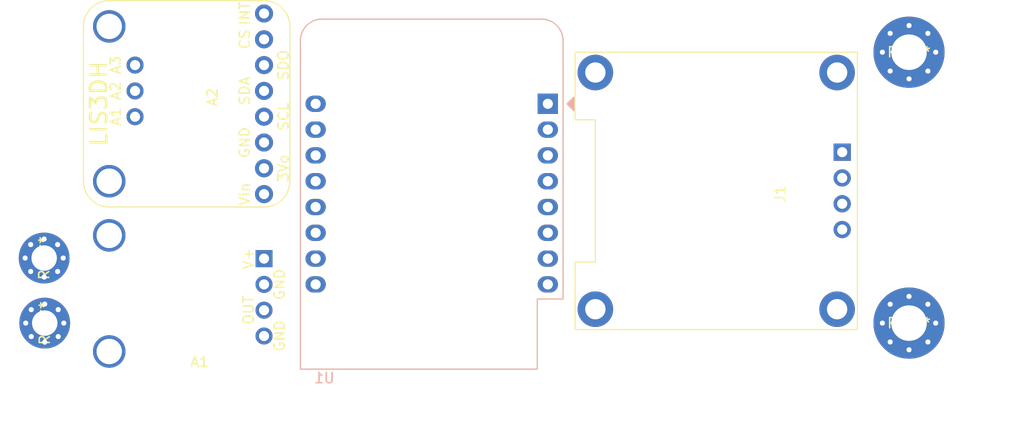
<source format=kicad_pcb>
(kicad_pcb (version 20171130) (host pcbnew 5.1.4+dfsg1-1~bpo10+1)

  (general
    (thickness 1.6)
    (drawings 0)
    (tracks 0)
    (zones 0)
    (modules 8)
    (nets 6)
  )

  (page A4)
  (layers
    (0 F.Cu signal)
    (31 B.Cu signal)
    (32 B.Adhes user)
    (33 F.Adhes user)
    (34 B.Paste user)
    (35 F.Paste user)
    (36 B.SilkS user)
    (37 F.SilkS user)
    (38 B.Mask user)
    (39 F.Mask user)
    (40 Dwgs.User user)
    (41 Cmts.User user)
    (42 Eco1.User user)
    (43 Eco2.User user)
    (44 Edge.Cuts user)
    (45 Margin user)
    (46 B.CrtYd user)
    (47 F.CrtYd user)
    (48 B.Fab user)
    (49 F.Fab user)
  )

  (setup
    (last_trace_width 0.25)
    (trace_clearance 0.2)
    (zone_clearance 0.508)
    (zone_45_only no)
    (trace_min 0.2)
    (via_size 0.8)
    (via_drill 0.4)
    (via_min_size 0.4)
    (via_min_drill 0.3)
    (uvia_size 0.3)
    (uvia_drill 0.1)
    (uvias_allowed no)
    (uvia_min_size 0.2)
    (uvia_min_drill 0.1)
    (edge_width 0.05)
    (segment_width 0.2)
    (pcb_text_width 0.3)
    (pcb_text_size 1.5 1.5)
    (mod_edge_width 0.12)
    (mod_text_size 1 1)
    (mod_text_width 0.15)
    (pad_size 7 7)
    (pad_drill 3.5)
    (pad_to_mask_clearance 0.051)
    (solder_mask_min_width 0.25)
    (aux_axis_origin 0 0)
    (visible_elements FFFFFF7F)
    (pcbplotparams
      (layerselection 0x010fc_ffffffff)
      (usegerberextensions false)
      (usegerberattributes false)
      (usegerberadvancedattributes false)
      (creategerberjobfile false)
      (excludeedgelayer true)
      (linewidth 0.100000)
      (plotframeref false)
      (viasonmask false)
      (mode 1)
      (useauxorigin false)
      (hpglpennumber 1)
      (hpglpenspeed 20)
      (hpglpendiameter 15.000000)
      (psnegative false)
      (psa4output false)
      (plotreference true)
      (plotvalue true)
      (plotinvisibletext false)
      (padsonsilk false)
      (subtractmaskfromsilk false)
      (outputformat 1)
      (mirror false)
      (drillshape 1)
      (scaleselection 1)
      (outputdirectory ""))
  )

  (net 0 "")
  (net 1 "Net-(A1-Pad2)")
  (net 2 GND)
  (net 3 "Net-(A1-Pad4)")
  (net 4 "Net-(A2-Pad5)")
  (net 5 "Net-(A2-Pad4)")

  (net_class Default "This is the default net class."
    (clearance 0.2)
    (trace_width 0.25)
    (via_dia 0.8)
    (via_drill 0.4)
    (uvia_dia 0.3)
    (uvia_drill 0.1)
    (add_net GND)
    (add_net "Net-(A1-Pad1)")
    (add_net "Net-(A1-Pad2)")
    (add_net "Net-(A1-Pad4)")
    (add_net "Net-(A2-Pad1)")
    (add_net "Net-(A2-Pad10)")
    (add_net "Net-(A2-Pad11)")
    (add_net "Net-(A2-Pad4)")
    (add_net "Net-(A2-Pad5)")
    (add_net "Net-(A2-Pad6)")
    (add_net "Net-(A2-Pad7)")
    (add_net "Net-(A2-Pad8)")
    (add_net "Net-(A2-Pad9)")
    (add_net "Net-(U1-Pad1)")
    (add_net "Net-(U1-Pad11)")
    (add_net "Net-(U1-Pad12)")
    (add_net "Net-(U1-Pad15)")
    (add_net "Net-(U1-Pad16)")
    (add_net "Net-(U1-Pad3)")
    (add_net "Net-(U1-Pad4)")
    (add_net "Net-(U1-Pad5)")
    (add_net "Net-(U1-Pad6)")
    (add_net "Net-(U1-Pad7)")
    (add_net "Net-(U1-Pad9)")
  )

  (module adafruit-breakouts:LIS3DH-adafruit (layer F.Cu) (tedit 5E5C6C7A) (tstamp 5E5C393B)
    (at 93.98 80.01 90)
    (path /5E5B9391)
    (fp_text reference A2 (at 9.525 -5.08 270) (layer F.SilkS)
      (effects (font (size 1 1) (thickness 0.15)))
    )
    (fp_text value LIS3DH-adafruit (at 9.525 -10.16 270) (layer F.Fab)
      (effects (font (size 1 1) (thickness 0.15)))
    )
    (fp_text user A3 (at 12.7 -14.605 270) (layer F.SilkS)
      (effects (font (size 1 1) (thickness 0.15)))
    )
    (fp_text user A2 (at 10.16 -14.605 270) (layer F.SilkS)
      (effects (font (size 1 1) (thickness 0.15)))
    )
    (fp_text user A1 (at 7.62 -14.605 270) (layer F.SilkS)
      (effects (font (size 1 1) (thickness 0.15)))
    )
    (fp_text user INT (at 17.78 -1.905 270) (layer F.SilkS)
      (effects (font (size 1 1) (thickness 0.15)))
    )
    (fp_text user CS (at 15.24 -1.905 270) (layer F.SilkS)
      (effects (font (size 1 1) (thickness 0.15)))
    )
    (fp_text user SDO (at 12.7 1.905 270) (layer F.SilkS)
      (effects (font (size 1 1) (thickness 0.15)))
    )
    (fp_text user SDA (at 10.16 -1.905 270) (layer F.SilkS)
      (effects (font (size 1 1) (thickness 0.15)))
    )
    (fp_text user SCL (at 7.62 1.905 270) (layer F.SilkS)
      (effects (font (size 1 1) (thickness 0.15)))
    )
    (fp_text user GND (at 5.08 -1.905 270) (layer F.SilkS)
      (effects (font (size 1 1) (thickness 0.15)))
    )
    (fp_text user 3Vo (at 2.54 1.905 270) (layer F.SilkS)
      (effects (font (size 1 1) (thickness 0.15)))
    )
    (fp_text user Vin (at 0 -1.905 270) (layer F.SilkS)
      (effects (font (size 1 1) (thickness 0.15)))
    )
    (fp_line (start 19.05 0) (end 19.05 -15.24) (layer F.SilkS) (width 0.12))
    (fp_line (start 16.51 -17.78) (end 1.27 -17.78) (layer F.SilkS) (width 0.12))
    (fp_line (start -1.27 -15.24) (end -1.27 0) (layer F.SilkS) (width 0.12))
    (fp_line (start 16.51 2.54) (end 1.27 2.54) (layer F.SilkS) (width 0.12))
    (fp_arc (start 16.51 0) (end 16.51 2.54) (angle -90) (layer F.SilkS) (width 0.12))
    (fp_arc (start 16.51 -15.24) (end 19.05 -15.24) (angle -90) (layer F.SilkS) (width 0.12))
    (fp_arc (start 1.27 -15.24) (end 1.27 -17.78) (angle -90) (layer F.SilkS) (width 0.12))
    (fp_arc (start 1.27 0) (end -1.27 0) (angle -90) (layer F.SilkS) (width 0.12))
    (fp_text user LIS3DH (at 8.89 -16.256 270) (layer F.SilkS)
      (effects (font (size 1.59258 1.59258) (thickness 0.25146)))
    )
    (pad "" thru_hole circle (at 16.51 -15.24 90) (size 3.2 3.2) (drill 2.5) (layers *.Cu *.Mask)
      (solder_mask_margin 0.1016))
    (pad "" thru_hole circle (at 1.27 -15.24 90) (size 3.2 3.2) (drill 2.5) (layers *.Cu *.Mask)
      (solder_mask_margin 0.1016))
    (pad 11 thru_hole circle (at 12.7 -12.7 90) (size 1.6764 1.6764) (drill 1) (layers *.Cu *.Mask)
      (solder_mask_margin 0.1016))
    (pad 10 thru_hole circle (at 10.16 -12.7 90) (size 1.6764 1.6764) (drill 1) (layers *.Cu *.Mask)
      (solder_mask_margin 0.1016))
    (pad 9 thru_hole circle (at 7.62 -12.7 90) (size 1.6764 1.6764) (drill 1) (layers *.Cu *.Mask)
      (solder_mask_margin 0.1016))
    (pad 8 thru_hole circle (at 17.78 0 90) (size 1.778 1.778) (drill 1) (layers *.Cu *.Mask)
      (solder_mask_margin 0.1016))
    (pad 7 thru_hole circle (at 15.24 0 90) (size 1.778 1.778) (drill 1) (layers *.Cu *.Mask)
      (solder_mask_margin 0.1016))
    (pad 6 thru_hole circle (at 12.7 0 90) (size 1.778 1.778) (drill 1) (layers *.Cu *.Mask)
      (solder_mask_margin 0.1016))
    (pad 5 thru_hole circle (at 10.16 0 90) (size 1.778 1.778) (drill 1) (layers *.Cu *.Mask)
      (net 4 "Net-(A2-Pad5)") (solder_mask_margin 0.1016))
    (pad 4 thru_hole circle (at 7.62 0 90) (size 1.778 1.778) (drill 1) (layers *.Cu *.Mask)
      (net 5 "Net-(A2-Pad4)") (solder_mask_margin 0.1016))
    (pad 3 thru_hole circle (at 5.08 0 90) (size 1.778 1.778) (drill 1) (layers *.Cu *.Mask)
      (net 2 GND) (solder_mask_margin 0.1016))
    (pad 2 thru_hole circle (at 2.54 0 90) (size 1.778 1.778) (drill 1) (layers *.Cu *.Mask)
      (net 3 "Net-(A1-Pad4)") (solder_mask_margin 0.1016))
    (pad 1 thru_hole circle (at 0 0 90) (size 1.778 1.778) (drill 1) (layers *.Cu *.Mask)
      (solder_mask_margin 0.1016))
  )

  (module MountingHole:MountingHole_2.5mm_Pad_Via (layer F.Cu) (tedit 5E5C3968) (tstamp 5E5C454A)
    (at 72.39 92.71 270)
    (descr "Mounting Hole 2.5mm")
    (tags "mounting hole 2.5mm")
    (attr virtual)
    (fp_text reference REF** (at 0 0 90) (layer F.SilkS)
      (effects (font (size 1 1) (thickness 0.15)))
    )
    (fp_text value MountingHole_2.5mm_Pad_Via (at 0 3.5 90) (layer F.Fab)
      (effects (font (size 1 1) (thickness 0.15)))
    )
    (fp_text user %R (at 0.3 0 90) (layer F.Fab)
      (effects (font (size 1 1) (thickness 0.15)))
    )
    (fp_circle (center 0 0) (end 2.5 0) (layer Cmts.User) (width 0.15))
    (fp_circle (center 0 0) (end 2.75 0) (layer F.CrtYd) (width 0.05))
    (pad "" thru_hole circle (at 0 0 270) (size 5 5) (drill 2.5) (layers *.Cu *.Mask))
    (pad 1 thru_hole circle (at 1.875 0 270) (size 0.8 0.8) (drill 0.5) (layers *.Cu *.Mask))
    (pad 1 thru_hole circle (at 1.325825 1.325825 270) (size 0.8 0.8) (drill 0.5) (layers *.Cu *.Mask))
    (pad 1 thru_hole circle (at 0 1.875 270) (size 0.8 0.8) (drill 0.5) (layers *.Cu *.Mask))
    (pad 1 thru_hole circle (at -1.325825 1.325825 270) (size 0.8 0.8) (drill 0.5) (layers *.Cu *.Mask))
    (pad 1 thru_hole circle (at -1.875 0 270) (size 0.8 0.8) (drill 0.5) (layers *.Cu *.Mask))
    (pad 1 thru_hole circle (at -1.325825 -1.325825 270) (size 0.8 0.8) (drill 0.5) (layers *.Cu *.Mask))
    (pad 1 thru_hole circle (at 0 -1.875 270) (size 0.8 0.8) (drill 0.5) (layers *.Cu *.Mask))
    (pad 1 thru_hole circle (at 1.325825 -1.325825 270) (size 0.8 0.8) (drill 0.5) (layers *.Cu *.Mask))
  )

  (module MountingHole:MountingHole_2.5mm_Pad_Via (layer F.Cu) (tedit 5E5C395C) (tstamp 5E5C451A)
    (at 72.334175 86.304175 270)
    (descr "Mounting Hole 2.5mm")
    (tags "mounting hole 2.5mm")
    (attr virtual)
    (fp_text reference REF** (at 0 0 90) (layer F.SilkS)
      (effects (font (size 1 1) (thickness 0.15)))
    )
    (fp_text value MountingHole_2.5mm_Pad_Via (at 0 3.5 90) (layer F.Fab)
      (effects (font (size 1 1) (thickness 0.15)))
    )
    (fp_circle (center 0 0) (end 2.75 0) (layer F.CrtYd) (width 0.05))
    (fp_circle (center 0 0) (end 2.5 0) (layer Cmts.User) (width 0.15))
    (fp_text user %R (at 0.3 0 90) (layer F.Fab)
      (effects (font (size 1 1) (thickness 0.15)))
    )
    (pad 1 thru_hole circle (at 1.325825 -1.325825 270) (size 0.8 0.8) (drill 0.5) (layers *.Cu *.Mask))
    (pad 1 thru_hole circle (at 0 -1.875 270) (size 0.8 0.8) (drill 0.5) (layers *.Cu *.Mask))
    (pad 1 thru_hole circle (at -1.325825 -1.325825 270) (size 0.8 0.8) (drill 0.5) (layers *.Cu *.Mask))
    (pad 1 thru_hole circle (at -1.875 0 270) (size 0.8 0.8) (drill 0.5) (layers *.Cu *.Mask))
    (pad 1 thru_hole circle (at -1.325825 1.325825 270) (size 0.8 0.8) (drill 0.5) (layers *.Cu *.Mask))
    (pad 1 thru_hole circle (at 0 1.875 270) (size 0.8 0.8) (drill 0.5) (layers *.Cu *.Mask))
    (pad 1 thru_hole circle (at 1.325825 1.325825 270) (size 0.8 0.8) (drill 0.5) (layers *.Cu *.Mask))
    (pad 1 thru_hole circle (at 1.875 0 270) (size 0.8 0.8) (drill 0.5) (layers *.Cu *.Mask))
    (pad "" thru_hole circle (at 0 0 270) (size 5 5) (drill 2.5) (layers *.Cu *.Mask))
  )

  (module MountingHole:MountingHole_3.5mm_Pad_Via (layer F.Cu) (tedit 5E5C3972) (tstamp 5E5C4333)
    (at 157.48 66.04)
    (descr "Mounting Hole 3.5mm")
    (tags "mounting hole 3.5mm")
    (attr virtual)
    (fp_text reference REF** (at 0 0) (layer F.SilkS)
      (effects (font (size 1 1) (thickness 0.15)))
    )
    (fp_text value MountingHole_3.5mm_Pad_Via (at 0 4.5) (layer F.Fab)
      (effects (font (size 1 1) (thickness 0.15)))
    )
    (fp_text user %R (at 0.3 0) (layer F.Fab)
      (effects (font (size 1 1) (thickness 0.15)))
    )
    (fp_circle (center 0 0) (end 3.5 0) (layer Cmts.User) (width 0.15))
    (fp_circle (center 0 0) (end 3.75 0) (layer F.CrtYd) (width 0.05))
    (pad "" thru_hole circle (at 0 0) (size 7 7) (drill 3.5) (layers *.Cu *.Mask))
    (pad 1 thru_hole circle (at 2.625 0) (size 0.8 0.8) (drill 0.5) (layers *.Cu *.Mask))
    (pad 1 thru_hole circle (at 1.856155 1.856155) (size 0.8 0.8) (drill 0.5) (layers *.Cu *.Mask))
    (pad 1 thru_hole circle (at 0 2.625) (size 0.8 0.8) (drill 0.5) (layers *.Cu *.Mask))
    (pad 1 thru_hole circle (at -1.856155 1.856155) (size 0.8 0.8) (drill 0.5) (layers *.Cu *.Mask))
    (pad 1 thru_hole circle (at -2.625 0) (size 0.8 0.8) (drill 0.5) (layers *.Cu *.Mask))
    (pad 1 thru_hole circle (at -1.856155 -1.856155) (size 0.8 0.8) (drill 0.5) (layers *.Cu *.Mask))
    (pad 1 thru_hole circle (at 0 -2.625) (size 0.8 0.8) (drill 0.5) (layers *.Cu *.Mask))
    (pad 1 thru_hole circle (at 1.856155 -1.856155) (size 0.8 0.8) (drill 0.5) (layers *.Cu *.Mask))
  )

  (module MountingHole:MountingHole_3.5mm_Pad_Via (layer F.Cu) (tedit 5E5C396D) (tstamp 5E5C4322)
    (at 157.48 92.71)
    (descr "Mounting Hole 3.5mm")
    (tags "mounting hole 3.5mm")
    (attr virtual)
    (fp_text reference REF** (at 0 0) (layer F.SilkS)
      (effects (font (size 1 1) (thickness 0.15)))
    )
    (fp_text value MountingHole_3.5mm_Pad_Via (at 0 4.5) (layer F.Fab)
      (effects (font (size 1 1) (thickness 0.15)))
    )
    (fp_circle (center 0 0) (end 3.75 0) (layer F.CrtYd) (width 0.05))
    (fp_circle (center 0 0) (end 3.5 0) (layer Cmts.User) (width 0.15))
    (fp_text user %R (at 0.3 0) (layer F.Fab)
      (effects (font (size 1 1) (thickness 0.15)))
    )
    (pad 1 thru_hole circle (at 1.856155 -1.856155) (size 0.8 0.8) (drill 0.5) (layers *.Cu *.Mask))
    (pad 1 thru_hole circle (at 0 -2.625) (size 0.8 0.8) (drill 0.5) (layers *.Cu *.Mask))
    (pad 1 thru_hole circle (at -1.856155 -1.856155) (size 0.8 0.8) (drill 0.5) (layers *.Cu *.Mask))
    (pad 1 thru_hole circle (at -2.625 0) (size 0.8 0.8) (drill 0.5) (layers *.Cu *.Mask))
    (pad 1 thru_hole circle (at -1.856155 1.856155) (size 0.8 0.8) (drill 0.5) (layers *.Cu *.Mask))
    (pad 1 thru_hole circle (at 0 2.625) (size 0.8 0.8) (drill 0.5) (layers *.Cu *.Mask))
    (pad 1 thru_hole circle (at 1.856155 1.856155) (size 0.8 0.8) (drill 0.5) (layers *.Cu *.Mask))
    (pad 1 thru_hole circle (at 2.625 0) (size 0.8 0.8) (drill 0.5) (layers *.Cu *.Mask))
    (pad "" thru_hole circle (at 0 0) (size 7 7) (drill 3.5) (layers *.Cu *.Mask))
  )

  (module Module:WEMOS_D1_mini_light (layer B.Cu) (tedit 5BBFB1CE) (tstamp 5E5C3992)
    (at 121.92 71.12 180)
    (descr "16-pin module, column spacing 22.86 mm (900 mils), https://wiki.wemos.cc/products:d1:d1_mini, https://c1.staticflickr.com/1/734/31400410271_f278b087db_z.jpg")
    (tags "ESP8266 WiFi microcontroller")
    (path /5E59EEAB)
    (fp_text reference U1 (at 22 -27) (layer B.SilkS)
      (effects (font (size 1 1) (thickness 0.15)) (justify mirror))
    )
    (fp_text value WeMos_D1_mini (at 11.7 0) (layer B.Fab)
      (effects (font (size 1 1) (thickness 0.15)) (justify mirror))
    )
    (fp_text user "No copper" (at 11.43 3.81) (layer Cmts.User)
      (effects (font (size 1 1) (thickness 0.15)))
    )
    (fp_text user "KEEP OUT" (at 11.43 6.35) (layer Cmts.User)
      (effects (font (size 1 1) (thickness 0.15)))
    )
    (fp_arc (start 22.23 6.21) (end 24.36 6.21) (angle 90) (layer B.SilkS) (width 0.12))
    (fp_arc (start 0.63 6.21) (end 0.63 8.34) (angle 90) (layer B.SilkS) (width 0.12))
    (fp_line (start 1.04 -19.22) (end 1.04 -26.12) (layer B.SilkS) (width 0.12))
    (fp_line (start -1.5 -19.22) (end 1.04 -19.22) (layer B.SilkS) (width 0.12))
    (fp_arc (start 22.23 6.21) (end 24.23 6.19) (angle 90) (layer B.Fab) (width 0.1))
    (fp_arc (start 0.63 6.21) (end 0.63 8.21) (angle 90) (layer B.Fab) (width 0.1))
    (fp_line (start -0.37 0) (end -1.37 1) (layer B.Fab) (width 0.1))
    (fp_line (start -1.37 -1) (end -0.37 0) (layer B.Fab) (width 0.1))
    (fp_line (start -1.37 6.21) (end -1.37 1) (layer B.Fab) (width 0.1))
    (fp_line (start 1.17 -19.09) (end 1.17 -25.99) (layer B.Fab) (width 0.1))
    (fp_line (start -1.37 -19.09) (end 1.17 -19.09) (layer B.Fab) (width 0.1))
    (fp_line (start -1.35 7.4) (end -0.55 8.2) (layer Dwgs.User) (width 0.1))
    (fp_line (start -1.3 5.45) (end 1.45 8.2) (layer Dwgs.User) (width 0.1))
    (fp_line (start -1.35 3.4) (end 3.45 8.2) (layer Dwgs.User) (width 0.1))
    (fp_line (start 22.65 1.4) (end 24.25 3) (layer Dwgs.User) (width 0.1))
    (fp_line (start 20.65 1.4) (end 24.25 5) (layer Dwgs.User) (width 0.1))
    (fp_line (start 18.65 1.4) (end 24.25 7) (layer Dwgs.User) (width 0.1))
    (fp_line (start 16.65 1.4) (end 23.45 8.2) (layer Dwgs.User) (width 0.1))
    (fp_line (start 14.65 1.4) (end 21.45 8.2) (layer Dwgs.User) (width 0.1))
    (fp_line (start 12.65 1.4) (end 19.45 8.2) (layer Dwgs.User) (width 0.1))
    (fp_line (start 10.65 1.4) (end 17.45 8.2) (layer Dwgs.User) (width 0.1))
    (fp_line (start 8.65 1.4) (end 15.45 8.2) (layer Dwgs.User) (width 0.1))
    (fp_line (start 6.65 1.4) (end 13.45 8.2) (layer Dwgs.User) (width 0.1))
    (fp_line (start 4.65 1.4) (end 11.45 8.2) (layer Dwgs.User) (width 0.1))
    (fp_line (start 2.65 1.4) (end 9.45 8.2) (layer Dwgs.User) (width 0.1))
    (fp_line (start 0.65 1.4) (end 7.45 8.2) (layer Dwgs.User) (width 0.1))
    (fp_line (start -1.35 1.4) (end 5.45 8.2) (layer Dwgs.User) (width 0.1))
    (fp_line (start -1.35 8.2) (end -1.35 1.4) (layer Dwgs.User) (width 0.1))
    (fp_line (start 24.25 8.2) (end -1.35 8.2) (layer Dwgs.User) (width 0.1))
    (fp_line (start 24.25 1.4) (end 24.25 8.2) (layer Dwgs.User) (width 0.1))
    (fp_line (start -1.35 1.4) (end 24.25 1.4) (layer Dwgs.User) (width 0.1))
    (fp_poly (pts (xy -2.54 0.635) (xy -2.54 -0.635) (xy -1.905 0)) (layer B.SilkS) (width 0.15))
    (fp_line (start -1.62 -26.24) (end -1.62 8.46) (layer B.CrtYd) (width 0.05))
    (fp_line (start 24.48 -26.24) (end -1.62 -26.24) (layer B.CrtYd) (width 0.05))
    (fp_line (start 24.48 8.41) (end 24.48 -26.24) (layer B.CrtYd) (width 0.05))
    (fp_line (start -1.62 8.46) (end 24.48 8.46) (layer B.CrtYd) (width 0.05))
    (fp_text user %R (at 11.43 -10) (layer B.Fab)
      (effects (font (size 1 1) (thickness 0.15)) (justify mirror))
    )
    (fp_line (start -1.37 -1) (end -1.37 -19.09) (layer B.Fab) (width 0.1))
    (fp_line (start 22.23 8.21) (end 0.63 8.21) (layer B.Fab) (width 0.1))
    (fp_line (start 24.23 -25.99) (end 24.23 6.21) (layer B.Fab) (width 0.1))
    (fp_line (start 1.17 -25.99) (end 24.23 -25.99) (layer B.Fab) (width 0.1))
    (fp_line (start 22.24 8.34) (end 0.63 8.34) (layer B.SilkS) (width 0.12))
    (fp_line (start 24.36 -26.12) (end 24.36 6.21) (layer B.SilkS) (width 0.12))
    (fp_line (start -1.5 -19.22) (end -1.5 6.21) (layer B.SilkS) (width 0.12))
    (fp_line (start 1.04 -26.12) (end 24.36 -26.12) (layer B.SilkS) (width 0.12))
    (pad 16 thru_hole oval (at 22.86 0 180) (size 2 1.6) (drill 1) (layers *.Cu *.Mask))
    (pad 15 thru_hole oval (at 22.86 -2.54 180) (size 2 1.6) (drill 1) (layers *.Cu *.Mask))
    (pad 14 thru_hole oval (at 22.86 -5.08 180) (size 2 1.6) (drill 1) (layers *.Cu *.Mask)
      (net 5 "Net-(A2-Pad4)"))
    (pad 13 thru_hole oval (at 22.86 -7.62 180) (size 2 1.6) (drill 1) (layers *.Cu *.Mask)
      (net 4 "Net-(A2-Pad5)"))
    (pad 12 thru_hole oval (at 22.86 -10.16 180) (size 2 1.6) (drill 1) (layers *.Cu *.Mask))
    (pad 11 thru_hole oval (at 22.86 -12.7 180) (size 2 1.6) (drill 1) (layers *.Cu *.Mask))
    (pad 10 thru_hole oval (at 22.86 -15.24 180) (size 2 1.6) (drill 1) (layers *.Cu *.Mask)
      (net 2 GND))
    (pad 9 thru_hole oval (at 22.86 -17.78 180) (size 2 1.6) (drill 1) (layers *.Cu *.Mask))
    (pad 8 thru_hole oval (at 0 -17.78 180) (size 2 1.6) (drill 1) (layers *.Cu *.Mask)
      (net 3 "Net-(A1-Pad4)"))
    (pad 7 thru_hole oval (at 0 -15.24 180) (size 2 1.6) (drill 1) (layers *.Cu *.Mask))
    (pad 6 thru_hole oval (at 0 -12.7 180) (size 2 1.6) (drill 1) (layers *.Cu *.Mask))
    (pad 5 thru_hole oval (at 0 -10.16 180) (size 2 1.6) (drill 1) (layers *.Cu *.Mask))
    (pad 4 thru_hole oval (at 0 -7.62 180) (size 2 1.6) (drill 1) (layers *.Cu *.Mask))
    (pad 3 thru_hole oval (at 0 -5.08 180) (size 2 1.6) (drill 1) (layers *.Cu *.Mask))
    (pad 1 thru_hole rect (at 0 0 180) (size 2 2) (drill 1) (layers *.Cu *.Mask))
    (pad 2 thru_hole oval (at 0 -2.54 180) (size 2 1.6) (drill 1) (layers *.Cu *.Mask)
      (net 1 "Net-(A1-Pad2)"))
    (model ${KISYS3DMOD}/Module.3dshapes/WEMOS_D1_mini_light.wrl
      (at (xyz 0 0 0))
      (scale (xyz 1 1 1))
      (rotate (xyz 0 0 0))
    )
    (model ${KISYS3DMOD}/Connector_PinHeader_2.54mm.3dshapes/PinHeader_1x08_P2.54mm_Vertical.wrl
      (offset (xyz 0 0 9.5))
      (scale (xyz 1 1 1))
      (rotate (xyz 0 -180 0))
    )
    (model ${KISYS3DMOD}/Connector_PinHeader_2.54mm.3dshapes/PinHeader_1x08_P2.54mm_Vertical.wrl
      (offset (xyz 22.86 0 9.5))
      (scale (xyz 1 1 1))
      (rotate (xyz 0 -180 0))
    )
    (model ${KISYS3DMOD}/Connector_PinSocket_2.54mm.3dshapes/PinSocket_1x08_P2.54mm_Vertical.wrl
      (at (xyz 0 0 0))
      (scale (xyz 1 1 1))
      (rotate (xyz 0 0 0))
    )
    (model ${KISYS3DMOD}/Connector_PinSocket_2.54mm.3dshapes/PinSocket_1x08_P2.54mm_Vertical.wrl
      (offset (xyz 22.86 0 0))
      (scale (xyz 1 1 1))
      (rotate (xyz 0 0 0))
    )
  )

  (module adafruit-breakouts:i2c_oled (layer F.Cu) (tedit 5E5C35A5) (tstamp 5E5C394F)
    (at 152.4 66.04 270)
    (path /5E5CE016)
    (fp_text reference J1 (at 13.97 7.62 90) (layer F.SilkS)
      (effects (font (size 1 1) (thickness 0.15)))
    )
    (fp_text value i2c_oled (at 13.97 11.43 90) (layer F.Fab)
      (effects (font (size 1 1) (thickness 0.15)))
    )
    (fp_line (start 20.65 27.8) (end 27.3 27.8) (layer F.SilkS) (width 0.12))
    (fp_line (start 20.65 25.8) (end 20.65 27.8) (layer F.SilkS) (width 0.12))
    (fp_line (start 6.65 25.8) (end 20.65 25.8) (layer F.SilkS) (width 0.12))
    (fp_line (start 6.65 27.8) (end 6.65 25.8) (layer F.SilkS) (width 0.12))
    (fp_line (start 27.3 0) (end 0 0) (layer F.SilkS) (width 0.12))
    (fp_line (start 27.3 27.8) (end 27.3 0) (layer F.SilkS) (width 0.12))
    (fp_line (start 0 27.8) (end 6.65 27.8) (layer F.SilkS) (width 0.12))
    (fp_line (start 0 0) (end 0 27.8) (layer F.SilkS) (width 0.12))
    (pad 4 thru_hole circle (at 17.46 1.5 270) (size 1.7 1.7) (drill 1) (layers *.Cu *.Mask)
      (net 4 "Net-(A2-Pad5)"))
    (pad 3 thru_hole circle (at 14.92 1.5 270) (size 1.7 1.7) (drill 1) (layers *.Cu *.Mask)
      (net 5 "Net-(A2-Pad4)"))
    (pad 2 thru_hole circle (at 12.38 1.5 270) (size 1.7 1.7) (drill 1) (layers *.Cu *.Mask)
      (net 3 "Net-(A1-Pad4)"))
    (pad 1 thru_hole rect (at 9.84 1.5 270) (size 1.7 1.7) (drill 1) (layers *.Cu *.Mask)
      (net 2 GND))
    (pad "" thru_hole circle (at 25.3 2 270) (size 3.5 3.5) (drill 2) (layers *.Cu *.Mask))
    (pad "" thru_hole circle (at 25.3 25.8 270) (size 3.5 3.5) (drill 2) (layers *.Cu *.Mask))
    (pad "" thru_hole circle (at 2 25.8 270) (size 3.5 3.5) (drill 2) (layers *.Cu *.Mask))
    (pad "" thru_hole circle (at 2 2 270) (size 3.5 3.5) (drill 2) (layers *.Cu *.Mask))
  )

  (module adafruit-breakouts:AD8495-adafruit (layer F.Cu) (tedit 5E59FA49) (tstamp 5E5C3BEE)
    (at 93.98 86.36)
    (path /5E5BAF00)
    (fp_text reference A1 (at -6.35 10.16) (layer F.SilkS)
      (effects (font (size 1 1) (thickness 0.15)))
    )
    (fp_text value AD8495-adafruit (at -6.35 -2.54) (layer F.Fab)
      (effects (font (size 1 1) (thickness 0.15)))
    )
    (fp_line (start -17.776747 -2.414506) (end -17.78 9.144) (layer Dwgs.User) (width 0.12))
    (fp_line (start 2.54 -2.286) (end 2.536747 9.272506) (layer Dwgs.User) (width 0.12))
    (fp_arc (start -15.24 9.144) (end -17.78 9.144) (angle -90) (layer Dwgs.User) (width 0.12))
    (fp_line (start -15.24 11.684) (end 0 11.684) (layer Dwgs.User) (width 0.12))
    (fp_arc (start 0 9.144) (end 0 11.684) (angle -87.1) (layer Dwgs.User) (width 0.12))
    (fp_line (start 0 -4.826) (end -15.24 -4.826) (layer Dwgs.User) (width 0.12))
    (fp_arc (start -15.24 -2.286) (end -15.24 -4.826) (angle -87.1) (layer Dwgs.User) (width 0.12))
    (fp_text user V+ (at -1.524 0 -270) (layer F.SilkS)
      (effects (font (size 1 1) (thickness 0.15)))
    )
    (fp_text user OUT (at -1.524 5.08 -270) (layer F.SilkS)
      (effects (font (size 1 1) (thickness 0.15)))
    )
    (fp_text user GND (at 1.524 2.54 -270) (layer F.SilkS)
      (effects (font (size 1 1) (thickness 0.15)))
    )
    (fp_text user GND (at 1.524 7.62 -270) (layer F.SilkS)
      (effects (font (size 1 1) (thickness 0.15)))
    )
    (fp_line (start -16.678 -0.098) (end -16.678 6.902) (layer Dwgs.User) (width 0.2032))
    (fp_line (start -11.078 6.902) (end -11.078 -0.098) (layer Dwgs.User) (width 0.2032))
    (fp_line (start -16.678 6.902) (end -11.078 6.902) (layer Dwgs.User) (width 0.2032))
    (fp_line (start -18.078 6.902) (end -16.678 6.902) (layer Dwgs.User) (width 0.2032))
    (fp_line (start -18.078 -0.098) (end -18.078 6.902) (layer Dwgs.User) (width 0.2032))
    (fp_line (start -16.678 -0.098) (end -18.078 -0.098) (layer Dwgs.User) (width 0.2032))
    (fp_line (start -11.078 -0.098) (end -16.678 -0.098) (layer Dwgs.User) (width 0.2032))
    (fp_arc (start 0 -2.286) (end 2.54 -2.286) (angle -90) (layer Dwgs.User) (width 0.12))
    (pad "" smd circle (at -14.478 1.602 270) (size 2.1844 2.1844) (layers Dwgs.User)
      (solder_mask_margin 0.1016))
    (pad "" smd circle (at -14.478 5.102 270) (size 2.1844 2.1844) (layers Dwgs.User)
      (solder_mask_margin 0.1016))
    (pad 1 thru_hole rect (at 0 0 270) (size 1.6764 1.6764) (drill 1) (layers *.Cu *.Mask))
    (pad 2 thru_hole circle (at 0 2.54 270) (size 1.6764 1.6764) (drill 1) (layers *.Cu *.Mask)
      (net 1 "Net-(A1-Pad2)"))
    (pad 3 thru_hole circle (at 0 5.08) (size 1.6764 1.6764) (drill 1) (layers *.Cu *.Mask)
      (net 2 GND))
    (pad "" thru_hole circle (at -15.24 9.144) (size 3.2 3.2) (drill 2.5) (layers *.Cu *.Mask))
    (pad 4 thru_hole circle (at 0 7.62) (size 1.6764 1.6764) (drill 1) (layers *.Cu *.Mask)
      (net 3 "Net-(A1-Pad4)"))
    (pad "" thru_hole circle (at -15.24 -2.286) (size 3.2 3.2) (drill 2.5) (layers *.Cu *.Mask))
  )

)

</source>
